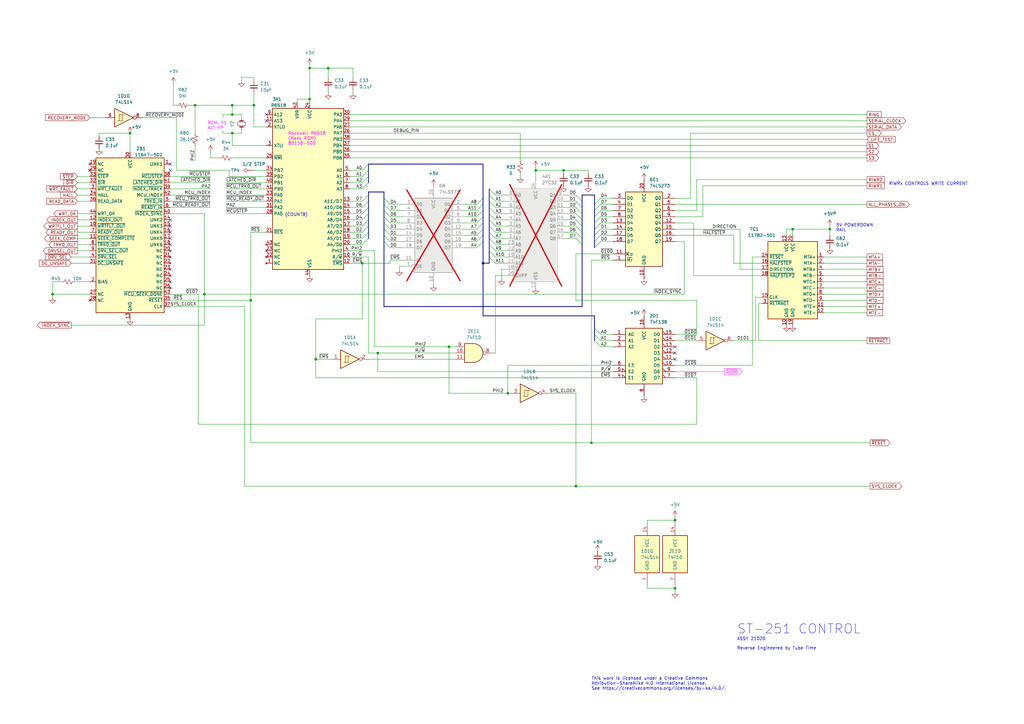
<source format=kicad_sch>
(kicad_sch (version 20230121) (generator eeschema)
  (paper "A3")
  (junction (at 83.82 120.65))
  (junction (at 127 27.94))
  (junction (at 80.01 43.18))
  (junction (at 219.71 69.85))
  (junction (at 53.34 54.61))
  (junction (at 208.28 161.29))
  (junction (at 154.94 144.78))
  (junction (at 21.59 120.65))
  (junction (at 134.62 27.94))
  (junction (at 95.25 43.18))
  (junction (at 104.14 43.18))
  (junction (at 184.15 142.24))
  (junction (at 127 40.64))
  (junction (at 340.36 93.98))
  (junction (at 231.14 69.85))
  (junction (at 102.87 123.19))
  (junction (at 95.25 54.61))
  (junction (at 148.59 107.95))
  (junction (at 276.86 241.3))
  (junction (at 129.54 147.32))
  (junction (at 198.12 107.95))
  (junction (at 236.22 199.39))
  (junction (at 95.25 46.99))
  (junction (at 276.86 213.36))
  (junction (at 325.12 93.98))
  (junction (at 242.57 181.61))
  (no_connect (at 276.86 147.32))
  (no_connect (at 69.85 95.25))
  (no_connect (at 109.22 49.53))
  (no_connect (at 69.85 100.33))
  (no_connect (at 36.83 69.85))
  (no_connect (at 69.85 69.85))
  (no_connect (at 69.85 97.79))
  (no_connect (at 276.86 142.24))
  (no_connect (at 69.85 90.17))
  (no_connect (at 109.22 46.99))
  (no_connect (at 69.85 67.31))
  (no_connect (at 276.86 144.78))
  (no_connect (at 69.85 92.71))
  (bus_entry (at 203.2 85.09) (size -2.54 -2.54))
  (bus_entry (at 195.58 88.9) (size 2.54 -2.54))
  (bus_entry (at 203.2 82.55) (size -2.54 -2.54))
  (bus_entry (at 238.76 82.55) (size -2.54 -2.54))
  (bus_entry (at 238.76 100.33) (size -2.54 -2.54))
  (bus_entry (at 160.02 93.98) (size -2.54 -2.54))
  (bus_entry (at 148.59 100.33) (size 2.54 -2.54))
  (bus_entry (at 160.02 96.52) (size -2.54 -2.54))
  (bus_entry (at 203.2 90.17) (size -2.54 -2.54))
  (bus_entry (at 203.2 107.95) (size -2.54 -2.54))
  (bus_entry (at 148.59 97.79) (size 2.54 -2.54))
  (bus_entry (at 243.84 93.98) (size 2.54 -2.54))
  (bus_entry (at 238.76 90.17) (size -2.54 -2.54))
  (bus_entry (at 148.59 77.47) (size 2.54 -2.54))
  (bus_entry (at 160.02 101.6) (size -2.54 -2.54))
  (bus_entry (at 243.84 96.52) (size 2.54 -2.54))
  (bus_entry (at 148.59 82.55) (size 2.54 -2.54))
  (bus_entry (at 238.76 87.63) (size -2.54 -2.54))
  (bus_entry (at 238.76 97.79) (size -2.54 -2.54))
  (bus_entry (at 203.2 80.01) (size -2.54 -2.54))
  (bus_entry (at 203.2 95.25) (size -2.54 -2.54))
  (bus_entry (at 195.58 93.98) (size 2.54 -2.54))
  (bus_entry (at 148.59 95.25) (size 2.54 -2.54))
  (bus_entry (at 243.84 91.44) (size 2.54 -2.54))
  (bus_entry (at 203.2 105.41) (size -2.54 -2.54))
  (bus_entry (at 243.84 101.6) (size 2.54 -2.54))
  (bus_entry (at 238.76 95.25) (size -2.54 -2.54))
  (bus_entry (at 195.58 86.36) (size 2.54 -2.54))
  (bus_entry (at 243.84 83.82) (size 2.54 -2.54))
  (bus_entry (at 203.2 100.33) (size -2.54 -2.54))
  (bus_entry (at 160.02 83.82) (size -2.54 -2.54))
  (bus_entry (at 238.76 85.09) (size -2.54 -2.54))
  (bus_entry (at 160.02 88.9) (size -2.54 -2.54))
  (bus_entry (at 203.2 97.79) (size -2.54 -2.54))
  (bus_entry (at 238.76 92.71) (size -2.54 -2.54))
  (bus_entry (at 195.58 101.6) (size 2.54 -2.54))
  (bus_entry (at 195.58 96.52) (size 2.54 -2.54))
  (bus_entry (at 246.38 139.7) (size -2.54 -2.54))
  (bus_entry (at 148.59 74.93) (size 2.54 -2.54))
  (bus_entry (at 195.58 99.06) (size 2.54 -2.54))
  (bus_entry (at 243.84 99.06) (size 2.54 -2.54))
  (bus_entry (at 203.2 92.71) (size -2.54 -2.54))
  (bus_entry (at 148.59 72.39) (size 2.54 -2.54))
  (bus_entry (at 148.59 87.63) (size 2.54 -2.54))
  (bus_entry (at 246.38 142.24) (size -2.54 -2.54))
  (bus_entry (at 203.2 87.63) (size -2.54 -2.54))
  (bus_entry (at 160.02 86.36) (size -2.54 -2.54))
  (bus_entry (at 148.59 69.85) (size 2.54 -2.54))
  (bus_entry (at 195.58 83.82) (size 2.54 -2.54))
  (bus_entry (at 148.59 90.17) (size 2.54 -2.54))
  (bus_entry (at 246.38 137.16) (size -2.54 -2.54))
  (bus_entry (at 160.02 99.06) (size -2.54 -2.54))
  (bus_entry (at 148.59 85.09) (size 2.54 -2.54))
  (bus_entry (at 160.02 91.44) (size -2.54 -2.54))
  (bus_entry (at 148.59 92.71) (size 2.54 -2.54))
  (bus_entry (at 195.58 91.44) (size 2.54 -2.54))
  (bus_entry (at 203.2 102.87) (size -2.54 -2.54))
  (bus_entry (at 243.84 88.9) (size 2.54 -2.54))
  (bus_entry (at 243.84 86.36) (size 2.54 -2.54))
  (wire (pts (xy 242.57 106.68) (xy 242.57 181.61)))
  (wire (pts (xy 40.64 54.61) (xy 40.64 55.88)))
  (wire (pts (xy 31.75 82.55) (xy 36.83 82.55)))
  (wire (pts (xy 251.46 88.9) (xy 246.38 88.9)))
  (wire (pts (xy 190.5 99.06) (xy 195.58 99.06)))
  (wire (pts (xy 303.53 93.98) (xy 303.53 110.49)))
  (wire (pts (xy 102.87 123.19) (xy 102.87 181.61)))
  (wire (pts (xy 143.51 59.69) (xy 355.6 59.69)))
  (wire (pts (xy 104.14 69.85) (xy 109.22 69.85)))
  (wire (pts (xy 276.86 213.36) (xy 276.86 214.63)))
  (wire (pts (xy 143.51 57.15) (xy 355.6 57.15)))
  (wire (pts (xy 148.59 130.81) (xy 129.54 130.81)))
  (bus (pts (xy 200.66 80.01) (xy 200.66 82.55)))
  (bus (pts (xy 151.13 97.79) (xy 151.13 95.25)))
  (bus (pts (xy 151.13 85.09) (xy 151.13 82.55)))
  (bus (pts (xy 198.12 91.44) (xy 198.12 93.98)))
  (wire (pts (xy 80.01 59.69) (xy 80.01 66.04)))
  (bus (pts (xy 157.48 125.73) (xy 238.76 125.73)))
  (wire (pts (xy 231.14 92.71) (xy 236.22 92.71)))
  (wire (pts (xy 104.14 31.75) (xy 99.06 31.75)))
  (wire (pts (xy 276.86 154.94) (xy 285.75 154.94)))
  (wire (pts (xy 284.48 91.44) (xy 284.48 113.03)))
  (bus (pts (xy 151.13 90.17) (xy 151.13 87.63)))
  (wire (pts (xy 129.54 130.81) (xy 129.54 147.32)))
  (bus (pts (xy 151.13 87.63) (xy 151.13 85.09)))
  (wire (pts (xy 203.2 87.63) (xy 208.28 87.63)))
  (wire (pts (xy 325.12 93.98) (xy 340.36 93.98)))
  (wire (pts (xy 312.42 124.46) (xy 311.15 124.46)))
  (bus (pts (xy 198.12 129.54) (xy 198.12 107.95)))
  (wire (pts (xy 80.01 43.18) (xy 95.25 43.18)))
  (wire (pts (xy 92.71 87.63) (xy 109.22 87.63)))
  (wire (pts (xy 276.86 137.16) (xy 285.75 137.16)))
  (wire (pts (xy 31.75 72.39) (xy 36.83 72.39)))
  (wire (pts (xy 86.36 62.23) (xy 86.36 64.77)))
  (wire (pts (xy 127 26.67) (xy 127 27.94)))
  (wire (pts (xy 129.54 154.94) (xy 251.46 154.94)))
  (wire (pts (xy 69.85 87.63) (xy 83.82 87.63)))
  (wire (pts (xy 236.22 161.29) (xy 236.22 199.39)))
  (bus (pts (xy 151.13 82.55) (xy 151.13 80.01)))
  (wire (pts (xy 251.46 99.06) (xy 246.38 99.06)))
  (bus (pts (xy 200.66 85.09) (xy 200.66 87.63)))
  (wire (pts (xy 160.02 88.9) (xy 165.1 88.9)))
  (wire (pts (xy 134.62 27.94) (xy 134.62 31.75)))
  (wire (pts (xy 203.2 95.25) (xy 208.28 95.25)))
  (bus (pts (xy 238.76 95.25) (xy 238.76 97.79)))
  (wire (pts (xy 184.15 142.24) (xy 186.69 142.24)))
  (wire (pts (xy 160.02 107.95) (xy 160.02 106.68)))
  (bus (pts (xy 198.12 88.9) (xy 198.12 91.44)))
  (wire (pts (xy 143.51 77.47) (xy 148.59 77.47)))
  (wire (pts (xy 231.14 97.79) (xy 236.22 97.79)))
  (wire (pts (xy 285.75 154.94) (xy 285.75 173.99)))
  (wire (pts (xy 69.85 82.55) (xy 86.36 82.55)))
  (bus (pts (xy 243.84 134.62) (xy 243.84 129.54)))
  (bus (pts (xy 200.66 95.25) (xy 200.66 97.79)))
  (bus (pts (xy 198.12 107.95) (xy 200.66 107.95)))
  (wire (pts (xy 265.43 214.63) (xy 265.43 213.36)))
  (wire (pts (xy 127 27.94) (xy 134.62 27.94)))
  (wire (pts (xy 144.78 27.94) (xy 144.78 31.75)))
  (wire (pts (xy 102.87 95.25) (xy 109.22 95.25)))
  (bus (pts (xy 200.66 105.41) (xy 200.66 107.95)))
  (wire (pts (xy 251.46 86.36) (xy 246.38 86.36)))
  (bus (pts (xy 243.84 88.9) (xy 243.84 86.36)))
  (wire (pts (xy 276.86 88.9) (xy 288.29 88.9)))
  (wire (pts (xy 143.51 82.55) (xy 148.59 82.55)))
  (wire (pts (xy 276.86 93.98) (xy 303.53 93.98)))
  (bus (pts (xy 151.13 80.01) (xy 151.13 78.74)))
  (wire (pts (xy 148.59 107.95) (xy 148.59 130.81)))
  (wire (pts (xy 29.21 105.41) (xy 36.83 105.41)))
  (wire (pts (xy 69.85 80.01) (xy 86.36 80.01)))
  (wire (pts (xy 92.71 74.93) (xy 109.22 74.93)))
  (wire (pts (xy 95.25 54.61) (xy 91.44 54.61)))
  (bus (pts (xy 198.12 83.82) (xy 198.12 86.36)))
  (wire (pts (xy 102.87 181.61) (xy 242.57 181.61)))
  (wire (pts (xy 311.15 124.46) (xy 311.15 139.7)))
  (wire (pts (xy 285.75 86.36) (xy 285.75 73.66)))
  (wire (pts (xy 276.86 81.28) (xy 283.21 81.28)))
  (wire (pts (xy 69.85 85.09) (xy 86.36 85.09)))
  (wire (pts (xy 251.46 83.82) (xy 246.38 83.82)))
  (bus (pts (xy 151.13 69.85) (xy 151.13 67.31)))
  (bus (pts (xy 243.84 129.54) (xy 198.12 129.54)))
  (wire (pts (xy 280.67 99.06) (xy 276.86 99.06)))
  (wire (pts (xy 276.86 240.03) (xy 276.86 241.3)))
  (wire (pts (xy 219.71 69.85) (xy 219.71 74.93)))
  (wire (pts (xy 72.39 69.85) (xy 72.39 48.26)))
  (wire (pts (xy 285.75 173.99) (xy 81.28 173.99)))
  (wire (pts (xy 72.39 69.85) (xy 93.98 69.85)))
  (wire (pts (xy 231.14 85.09) (xy 236.22 85.09)))
  (wire (pts (xy 100.33 199.39) (xy 236.22 199.39)))
  (wire (pts (xy 36.83 48.26) (xy 43.18 48.26)))
  (bus (pts (xy 198.12 96.52) (xy 198.12 99.06)))
  (wire (pts (xy 160.02 96.52) (xy 165.1 96.52)))
  (wire (pts (xy 58.42 48.26) (xy 72.39 48.26)))
  (wire (pts (xy 208.28 149.86) (xy 208.28 161.29)))
  (wire (pts (xy 143.51 54.61) (xy 213.36 54.61)))
  (wire (pts (xy 91.44 46.99) (xy 95.25 46.99)))
  (wire (pts (xy 276.86 241.3) (xy 276.86 242.57)))
  (wire (pts (xy 99.06 31.75) (xy 99.06 33.02)))
  (wire (pts (xy 143.51 107.95) (xy 148.59 107.95)))
  (wire (pts (xy 69.85 72.39) (xy 86.36 72.39)))
  (wire (pts (xy 213.36 71.12) (xy 213.36 72.39)))
  (wire (pts (xy 91.44 54.61) (xy 91.44 53.34)))
  (wire (pts (xy 69.85 123.19) (xy 102.87 123.19)))
  (wire (pts (xy 104.14 52.07) (xy 109.22 52.07)))
  (wire (pts (xy 280.67 99.06) (xy 280.67 120.65)))
  (wire (pts (xy 143.51 95.25) (xy 148.59 95.25)))
  (wire (pts (xy 203.2 90.17) (xy 208.28 90.17)))
  (bus (pts (xy 151.13 92.71) (xy 151.13 90.17)))
  (wire (pts (xy 104.14 38.1) (xy 104.14 43.18)))
  (wire (pts (xy 104.14 43.18) (xy 104.14 52.07)))
  (wire (pts (xy 69.85 120.65) (xy 81.28 120.65)))
  (wire (pts (xy 322.58 93.98) (xy 325.12 93.98)))
  (wire (pts (xy 160.02 106.68) (xy 165.1 106.68)))
  (bus (pts (xy 200.66 92.71) (xy 200.66 95.25)))
  (wire (pts (xy 203.2 102.87) (xy 208.28 102.87)))
  (wire (pts (xy 99.06 53.34) (xy 99.06 54.61)))
  (bus (pts (xy 238.76 97.79) (xy 238.76 100.33)))
  (wire (pts (xy 203.2 113.03) (xy 208.28 113.03)))
  (bus (pts (xy 198.12 67.31) (xy 198.12 81.28)))
  (wire (pts (xy 276.86 139.7) (xy 285.75 139.7)))
  (wire (pts (xy 69.85 77.47) (xy 86.36 77.47)))
  (wire (pts (xy 81.28 173.99) (xy 81.28 120.65)))
  (wire (pts (xy 231.14 95.25) (xy 236.22 95.25)))
  (wire (pts (xy 92.71 82.55) (xy 109.22 82.55)))
  (wire (pts (xy 203.2 92.71) (xy 208.28 92.71)))
  (wire (pts (xy 143.51 100.33) (xy 148.59 100.33)))
  (wire (pts (xy 246.38 142.24) (xy 251.46 142.24)))
  (wire (pts (xy 208.28 149.86) (xy 251.46 149.86)))
  (bus (pts (xy 151.13 67.31) (xy 198.12 67.31)))
  (wire (pts (xy 276.86 149.86) (xy 308.61 149.86)))
  (wire (pts (xy 205.74 114.3) (xy 205.74 110.49)))
  (bus (pts (xy 238.76 100.33) (xy 238.76 125.73)))
  (wire (pts (xy 83.82 120.65) (xy 280.67 120.65)))
  (wire (pts (xy 276.86 91.44) (xy 284.48 91.44)))
  (wire (pts (xy 129.54 154.94) (xy 129.54 147.32)))
  (wire (pts (xy 308.61 149.86) (xy 308.61 105.41)))
  (wire (pts (xy 190.5 96.52) (xy 195.58 96.52)))
  (bus (pts (xy 243.84 86.36) (xy 243.84 83.82)))
  (wire (pts (xy 31.75 100.33) (xy 36.83 100.33)))
  (wire (pts (xy 224.79 161.29) (xy 236.22 161.29)))
  (bus (pts (xy 243.84 101.6) (xy 243.84 99.06)))
  (wire (pts (xy 246.38 139.7) (xy 251.46 139.7)))
  (wire (pts (xy 127 41.91) (xy 127 40.64)))
  (bus (pts (xy 157.48 96.52) (xy 157.48 99.06)))
  (wire (pts (xy 109.22 59.69) (xy 95.25 59.69)))
  (bus (pts (xy 238.76 90.17) (xy 238.76 92.71)))
  (bus (pts (xy 243.84 137.16) (xy 243.84 134.62)))
  (wire (pts (xy 143.51 69.85) (xy 148.59 69.85)))
  (wire (pts (xy 283.21 81.28) (xy 283.21 54.61)))
  (wire (pts (xy 312.42 121.92) (xy 309.88 121.92)))
  (wire (pts (xy 208.28 161.29) (xy 209.55 161.29)))
  (wire (pts (xy 31.75 92.71) (xy 36.83 92.71)))
  (bus (pts (xy 157.48 88.9) (xy 157.48 91.44)))
  (wire (pts (xy 303.53 110.49) (xy 312.42 110.49)))
  (wire (pts (xy 151.13 105.41) (xy 151.13 144.78)))
  (bus (pts (xy 157.48 86.36) (xy 157.48 88.9)))
  (bus (pts (xy 157.48 81.28) (xy 157.48 83.82)))
  (wire (pts (xy 53.34 54.61) (xy 53.34 62.23)))
  (wire (pts (xy 154.94 144.78) (xy 186.69 144.78)))
  (wire (pts (xy 95.25 54.61) (xy 99.06 54.61)))
  (wire (pts (xy 134.62 36.83) (xy 134.62 38.1)))
  (bus (pts (xy 238.76 85.09) (xy 238.76 87.63)))
  (wire (pts (xy 236.22 104.14) (xy 236.22 123.19)))
  (wire (pts (xy 276.86 96.52) (xy 300.99 96.52)))
  (wire (pts (xy 337.82 105.41) (xy 355.6 105.41)))
  (wire (pts (xy 190.5 91.44) (xy 195.58 91.44)))
  (wire (pts (xy 31.75 102.87) (xy 36.83 102.87)))
  (wire (pts (xy 121.92 41.91) (xy 121.92 40.64)))
  (bus (pts (xy 151.13 78.74) (xy 157.48 78.74)))
  (wire (pts (xy 102.87 123.19) (xy 102.87 95.25)))
  (wire (pts (xy 340.36 92.71) (xy 340.36 93.98)))
  (wire (pts (xy 203.2 144.78) (xy 203.2 113.03)))
  (wire (pts (xy 219.71 69.85) (xy 219.71 68.58)))
  (wire (pts (xy 163.83 109.22) (xy 165.1 109.22)))
  (wire (pts (xy 90.17 64.77) (xy 86.36 64.77)))
  (wire (pts (xy 153.67 102.87) (xy 153.67 142.24)))
  (wire (pts (xy 148.59 107.95) (xy 160.02 107.95)))
  (wire (pts (xy 284.48 113.03) (xy 312.42 113.03)))
  (wire (pts (xy 29.21 107.95) (xy 36.83 107.95)))
  (wire (pts (xy 31.75 90.17) (xy 36.83 90.17)))
  (wire (pts (xy 31.75 97.79) (xy 36.83 97.79)))
  (bus (pts (xy 157.48 91.44) (xy 157.48 93.98)))
  (bus (pts (xy 200.66 90.17) (xy 200.66 92.71)))
  (wire (pts (xy 95.25 43.18) (xy 95.25 46.99)))
  (wire (pts (xy 143.51 87.63) (xy 148.59 87.63)))
  (bus (pts (xy 243.84 80.01) (xy 238.76 80.01)))
  (wire (pts (xy 203.2 82.55) (xy 208.28 82.55)))
  (bus (pts (xy 243.84 139.7) (xy 243.84 137.16)))
  (wire (pts (xy 99.06 48.26) (xy 99.06 46.99)))
  (wire (pts (xy 160.02 93.98) (xy 165.1 93.98)))
  (wire (pts (xy 337.82 110.49) (xy 355.6 110.49)))
  (wire (pts (xy 83.82 120.65) (xy 83.82 133.35)))
  (wire (pts (xy 251.46 81.28) (xy 246.38 81.28)))
  (wire (pts (xy 143.51 72.39) (xy 148.59 72.39)))
  (wire (pts (xy 160.02 86.36) (xy 165.1 86.36)))
  (wire (pts (xy 265.43 213.36) (xy 276.86 213.36)))
  (wire (pts (xy 71.12 34.29) (xy 71.12 43.18)))
  (wire (pts (xy 143.51 64.77) (xy 355.6 64.77)))
  (bus (pts (xy 200.66 102.87) (xy 200.66 105.41)))
  (wire (pts (xy 31.75 80.01) (xy 36.83 80.01)))
  (wire (pts (xy 92.71 80.01) (xy 109.22 80.01)))
  (bus (pts (xy 198.12 86.36) (xy 198.12 88.9)))
  (bus (pts (xy 198.12 99.06) (xy 198.12 107.95)))
  (bus (pts (xy 238.76 82.55) (xy 238.76 85.09)))
  (bus (pts (xy 238.76 87.63) (xy 238.76 90.17)))
  (wire (pts (xy 251.46 91.44) (xy 246.38 91.44)))
  (wire (pts (xy 231.14 90.17) (xy 236.22 90.17)))
  (wire (pts (xy 300.99 96.52) (xy 300.99 107.95)))
  (bus (pts (xy 243.84 91.44) (xy 243.84 88.9)))
  (wire (pts (xy 30.48 115.57) (xy 36.83 115.57)))
  (wire (pts (xy 160.02 101.6) (xy 165.1 101.6)))
  (bus (pts (xy 200.66 87.63) (xy 200.66 90.17)))
  (wire (pts (xy 104.14 33.02) (xy 104.14 31.75)))
  (wire (pts (xy 29.21 133.35) (xy 83.82 133.35)))
  (wire (pts (xy 91.44 48.26) (xy 91.44 46.99)))
  (wire (pts (xy 143.51 102.87) (xy 153.67 102.87)))
  (bus (pts (xy 238.76 80.01) (xy 238.76 82.55)))
  (wire (pts (xy 143.51 92.71) (xy 148.59 92.71)))
  (wire (pts (xy 151.13 147.32) (xy 186.69 147.32)))
  (wire (pts (xy 285.75 123.19) (xy 285.75 137.16)))
  (wire (pts (xy 143.51 46.99) (xy 355.6 46.99)))
  (wire (pts (xy 231.14 87.63) (xy 236.22 87.63)))
  (wire (pts (xy 337.82 118.11) (xy 355.6 118.11)))
  (bus (pts (xy 157.48 99.06) (xy 157.48 125.73)))
  (wire (pts (xy 154.94 152.4) (xy 154.94 144.78)))
  (wire (pts (xy 151.13 144.78) (xy 154.94 144.78)))
  (wire (pts (xy 109.22 72.39) (xy 93.98 72.39)))
  (wire (pts (xy 143.51 85.09) (xy 148.59 85.09)))
  (wire (pts (xy 265.43 241.3) (xy 276.86 241.3)))
  (wire (pts (xy 160.02 83.82) (xy 165.1 83.82)))
  (wire (pts (xy 236.22 123.19) (xy 285.75 123.19)))
  (wire (pts (xy 241.3 69.85) (xy 241.3 71.12)))
  (wire (pts (xy 201.93 144.78) (xy 203.2 144.78)))
  (wire (pts (xy 72.39 43.18) (xy 71.12 43.18)))
  (wire (pts (xy 190.5 88.9) (xy 195.58 88.9)))
  (wire (pts (xy 53.34 54.61) (xy 40.64 54.61)))
  (wire (pts (xy 154.94 152.4) (xy 251.46 152.4)))
  (bus (pts (xy 198.12 93.98) (xy 198.12 96.52)))
  (bus (pts (xy 200.66 82.55) (xy 200.66 85.09)))
  (wire (pts (xy 203.2 107.95) (xy 208.28 107.95)))
  (wire (pts (xy 83.82 87.63) (xy 83.82 120.65)))
  (wire (pts (xy 190.5 83.82) (xy 195.58 83.82)))
  (wire (pts (xy 21.59 120.65) (xy 21.59 121.92)))
  (wire (pts (xy 265.43 240.03) (xy 265.43 241.3)))
  (wire (pts (xy 121.92 40.64) (xy 127 40.64)))
  (bus (pts (xy 200.66 97.79) (xy 200.66 100.33)))
  (bus (pts (xy 243.84 96.52) (xy 243.84 93.98)))
  (wire (pts (xy 337.82 113.03) (xy 355.6 113.03)))
  (wire (pts (xy 95.25 64.77) (xy 109.22 64.77)))
  (bus (pts (xy 151.13 74.93) (xy 151.13 72.39)))
  (wire (pts (xy 143.51 90.17) (xy 148.59 90.17)))
  (wire (pts (xy 31.75 74.93) (xy 36.83 74.93)))
  (bus (pts (xy 198.12 81.28) (xy 198.12 83.82)))
  (wire (pts (xy 92.71 77.47) (xy 109.22 77.47)))
  (wire (pts (xy 213.36 54.61) (xy 213.36 66.04)))
  (wire (pts (xy 203.2 97.79) (xy 208.28 97.79)))
  (wire (pts (xy 21.59 120.65) (xy 21.59 115.57)))
  (wire (pts (xy 311.15 139.7) (xy 355.6 139.7)))
  (wire (pts (xy 276.86 86.36) (xy 285.75 86.36)))
  (wire (pts (xy 190.5 86.36) (xy 195.58 86.36)))
  (wire (pts (xy 31.75 87.63) (xy 36.83 87.63)))
  (wire (pts (xy 95.25 43.18) (xy 104.14 43.18)))
  (wire (pts (xy 337.82 107.95) (xy 355.6 107.95)))
  (wire (pts (xy 95.25 46.99) (xy 99.06 46.99)))
  (bus (pts (xy 200.66 77.47) (xy 200.66 80.01)))
  (wire (pts (xy 31.75 77.47) (xy 36.83 77.47)))
  (wire (pts (xy 242.57 106.68) (xy 251.46 106.68)))
  (wire (pts (xy 300.99 107.95) (xy 312.42 107.95)))
  (bus (pts (xy 157.48 83.82) (xy 157.48 86.36)))
  (wire (pts (xy 337.82 128.27) (xy 355.6 128.27)))
  (wire (pts (xy 163.83 110.49) (xy 163.83 109.22)))
  (wire (pts (xy 95.25 59.69) (xy 95.25 54.61)))
  (bus (pts (xy 243.84 93.98) (xy 243.84 91.44)))
  (wire (pts (xy 21.59 115.57) (xy 25.4 115.57)))
  (wire (pts (xy 69.85 74.93) (xy 86.36 74.93)))
  (wire (pts (xy 246.38 137.16) (xy 251.46 137.16)))
  (wire (pts (xy 184.15 161.29) (xy 208.28 161.29)))
  (wire (pts (xy 203.2 80.01) (xy 208.28 80.01)))
  (wire (pts (xy 36.83 120.65) (xy 21.59 120.65)))
  (wire (pts (xy 285.75 73.66) (xy 355.6 73.66)))
  (wire (pts (xy 337.82 123.19) (xy 355.6 123.19)))
  (wire (pts (xy 276.86 212.09) (xy 276.86 213.36)))
  (wire (pts (xy 231.14 80.01) (xy 236.22 80.01)))
  (wire (pts (xy 69.85 125.73) (xy 100.33 125.73)))
  (wire (pts (xy 340.36 96.52) (xy 340.36 93.98)))
  (wire (pts (xy 276.86 83.82) (xy 355.6 83.82)))
  (wire (pts (xy 127 40.64) (xy 127 27.94)))
  (wire (pts (xy 184.15 161.29) (xy 184.15 142.24)))
  (wire (pts (xy 134.62 27.94) (xy 144.78 27.94)))
  (wire (pts (xy 308.61 105.41) (xy 312.42 105.41)))
  (wire (pts (xy 92.71 85.09) (xy 109.22 85.09)))
  (bus (pts (xy 151.13 72.39) (xy 151.13 69.85)))
  (wire (pts (xy 288.29 76.2) (xy 355.6 76.2)))
  (wire (pts (xy 231.14 82.55) (xy 236.22 82.55)))
  (bus (pts (xy 151.13 95.25) (xy 151.13 92.71)))
  (bus (pts (xy 200.66 100.33) (xy 200.66 102.87)))
  (wire (pts (xy 203.2 105.41) (xy 208.28 105.41)))
  (wire (pts (xy 100.33 125.73) (xy 100.33 199.39)))
  (wire (pts (xy 160.02 91.44) (xy 165.1 91.44)))
  (wire (pts (xy 236.22 199.39) (xy 356.87 199.39)))
  (wire (pts (xy 231.14 69.85) (xy 231.14 71.12)))
  (wire (pts (xy 143.51 62.23) (xy 355.6 62.23)))
  (bus (pts (xy 157.48 78.74) (xy 157.48 81.28)))
  (wire (pts (xy 129.54 147.32) (xy 135.89 147.32)))
  (wire (pts (xy 283.21 54.61) (xy 355.6 54.61)))
  (wire (pts (xy 31.75 95.25) (xy 36.83 95.25)))
  (wire (pts (xy 325.12 93.98) (xy 325.12 96.52)))
  (wire (pts (xy 153.67 142.24) (xy 184.15 142.24)))
  (bus (pts (xy 243.84 99.06) (xy 243.84 96.52)))
  (wire (pts (xy 219.71 69.85) (xy 231.14 69.85)))
  (wire (pts (xy 251.46 93.98) (xy 246.38 93.98)))
  (wire (pts (xy 143.51 52.07) (xy 355.6 52.07)))
  (wire (pts (xy 203.2 85.09) (xy 208.28 85.09)))
  (wire (pts (xy 143.51 97.79) (xy 148.59 97.79)))
  (wire (pts (xy 203.2 100.33) (xy 208.28 100.33)))
  (wire (pts (xy 93.98 72.39) (xy 93.98 69.85)))
  (wire (pts (xy 337.82 125.73) (xy 355.6 125.73)))
  (wire (pts (xy 190.5 93.98) (xy 195.58 93.98)))
  (wire (pts (xy 251.46 96.52) (xy 246.38 96.52)))
  (wire (pts (xy 231.14 69.85) (xy 241.3 69.85)))
  (wire (pts (xy 337.82 115.57) (xy 355.6 115.57)))
  (wire (pts (xy 80.01 54.61) (xy 80.01 43.18)))
  (wire (pts (xy 300.99 139.7) (xy 309.88 139.7)))
  (bus (pts (xy 243.84 83.82) (xy 243.84 80.01)))
  (wire (pts (xy 144.78 36.83) (xy 144.78 38.1)))
  (wire (pts (xy 242.57 181.61) (xy 356.87 181.61)))
  (wire (pts (xy 160.02 99.06) (xy 165.1 99.06)))
  (wire (pts (xy 236.22 104.14) (xy 251.46 104.14)))
  (wire (pts (xy 190.5 101.6) (xy 195.58 101.6)))
  (wire (pts (xy 309.88 121.92) (xy 309.88 139.7)))
  (wire (pts (xy 77.47 43.18) (xy 80.01 43.18)))
  (wire (pts (xy 276.86 152.4) (xy 297.18 152.4)) (stroke (width 0) (color 255 0 255 1)))
  (wire (pts (xy 143.51 49.53) (xy 355.6 49.53)))
  (wire (pts (xy 288.29 88.9) (xy 288.29 76.2)))
  (bus (pts (xy 157.48 93.98) (xy 157.48 96.52)))
  (wire (pts (xy 205.74 110.49) (xy 208.28 110.49)))
  (wire (pts (xy 322.58 96.52) (xy 322.58 93.98)))
  (wire (pts (xy 143.51 74.93) (xy 148.59 74.93)))
  (wire (pts (xy 337.82 120.65) (xy 355.6 120.65)))
  (wire (pts (xy 143.51 105.41) (xy 151.13 105.41)))
  (bus (pts (xy 238.76 92.71) (xy 238.76 95.25)))
  (text "ASSY 21020" (at 302.26 262.89 0) (effects (font (size 1.27 1.27)) (justify left bottom)))
  (text "This work is licensed under a Creative Commons\nAttribution-ShareAlike 4.0 International License.\nSee https://creativecommons.org/licenses/by-sa/4.0/.\n" (at 242.57 283.21 0) (effects (font (size 1.27 1.27)) (justify left bottom)))
  (text "Rockwell R6518\n(Mask ROM)\n80118-505" (at 118.11 59.69 0) (effects (font (size 1.27 1.27)) (justify left bottom)))
  (text "(COUNTB)" (at 116.84 88.9 0) (effects (font (size 1.27 1.27)) (justify left bottom)))
  (text "Reverse Engineered by Tube Time" (at 302.26 266.7 0) (effects (font (size 1.27 1.27)) (justify left bottom)))
  (text "REM. Y1 \nALT FP" (at 85.09 53.34 0) (effects (font (size 1.27 1.27)) (justify left bottom)))
  (text "5V POWERDOWN\nRAIL" (at 342.9 95.25 0) (effects (font (size 1.27 1.27)) (justify left bottom)))
  (text "ST-251 CONTROL" (at 302.26 260.35 0) (effects (font (size 3.81 3.81)) (justify left bottom)))
  (text "RIWRx CONTROLS WRITE CURRENT" (at 364.49 76.2 0) (effects (font (size 1.27 1.27)) (justify left bottom)))
  (label "D1" (at 160.02 96.52 0))
  (label "R{slash}~{W}" (at 246.38 152.4 0))
  (label "~{MCU_READY_OUT}" (at 92.71 82.55 0))
  (label "D5" (at 160.02 91.44 0))
  (label "D4" (at 160.02 83.82 0))
  (label "D1" (at 236.22 82.55 180))
  (label "D1" (at 246.38 93.98 0))
  (label "D2" (at 246.38 96.52 0))
  (label "A9" (at 203.2 102.87 0))
  (label "A6" (at 203.2 95.25 0))
  (label "A5" (at 203.2 92.71 0))
  (label "~{0105}" (at 285.75 149.86 180))
  (label "D4" (at 236.22 90.17 180))
  (label "~{RES}" (at 102.87 95.25 0))
  (label "PA2" (at 92.71 85.09 0))
  (label "D3" (at 148.59 92.71 180))
  (label "PHI2" (at 148.59 102.87 180))
  (label "A1" (at 203.2 82.55 0))
  (label "SYS_CLOCK" (at 236.22 161.29 180))
  (label "~{MCU_READY_OUT}" (at 86.36 85.09 180))
  (label "A2" (at 246.38 142.24 0))
  (label "~{0101}" (at 285.75 139.7 180))
  (label "D2" (at 236.22 85.09 180))
  (label "D4" (at 246.38 81.28 0))
  (label "DEBUG_PIN" (at 161.29 54.61 0))
  (label "~{0107}" (at 81.28 120.65 180))
  (label "A0" (at 148.59 69.85 180))
  (label "EMS" (at 173.99 147.32 180))
  (label "~{0100}" (at 285.75 137.16 180))
  (label "A1" (at 148.59 72.39 180))
  (label "~{RES}" (at 74.93 123.19 180))
  (label "A3" (at 203.2 87.63 0))
  (label "A4" (at 195.58 101.6 180))
  (label "~{MCU_TRK0_OUT}" (at 86.36 82.55 180))
  (label "~{LATCHED_DIR}" (at 92.71 74.93 0))
  (label "A10" (at 203.2 105.41 0))
  (label "D3" (at 160.02 93.98 0))
  (label "~{HALFSTEP}" (at 288.29 96.52 0))
  (label "A2" (at 148.59 74.93 180))
  (label "D1" (at 148.59 97.79 180))
  (label "D0" (at 236.22 80.01 180))
  (label "A8" (at 195.58 83.82 180))
  (label "R{slash}~{W}" (at 148.59 105.41 180))
  (label "MCU_INDEX" (at 86.36 80.01 180))
  (label "D5" (at 148.59 87.63 180))
  (label "D7" (at 148.59 82.55 180))
  (label "A3" (at 148.59 77.47 180))
  (label "MCU_INDEX" (at 92.71 80.01 0))
  (label "0101" (at 307.34 139.7 180))
  (label "A11" (at 195.58 86.36 180))
  (label "~{RECOVERY_MODE}" (at 59.69 48.26 0))
  (label "A1" (at 246.38 139.7 0))
  (label "A6" (at 195.58 99.06 180))
  (label "A11" (at 203.2 107.95 0))
  (label "~{INDEX_SYNC}" (at 267.97 120.65 0))
  (label "PA2" (at 86.36 77.47 180))
  (label "D0" (at 160.02 101.6 0))
  (label "D6" (at 236.22 95.25 180))
  (label "~{MCU_TRK0_OUT}" (at 92.71 77.47 0))
  (label "A0" (at 246.38 137.16 0))
  (label "~{EMS}" (at 130.81 147.32 0))
  (label "A7" (at 195.58 93.98 180))
  (label "~{MCUSTEP}" (at 92.71 87.63 0))
  (label "~{MCUSTEP}" (at 86.36 72.39 180))
  (label "A4" (at 203.2 90.17 0))
  (label "A9" (at 195.58 91.44 180))
  (label "PHI2" (at 80.01 66.04 90))
  (label "PHI2" (at 170.18 142.24 0))
  (label "D5" (at 246.38 88.9 0))
  (label "D4" (at 148.59 90.17 180))
  (label "DIRECTION" (at 292.1 93.98 0))
  (label "PHI2" (at 246.38 149.86 0))
  (label "~{LATCHED_DIR}" (at 86.36 74.93 180))
  (label "D3" (at 246.38 91.44 0))
  (label "A7" (at 203.2 97.79 0))
  (label "~{0100}" (at 246.38 104.14 0))
  (label "~{RES}" (at 246.38 106.68 0))
  (label "D6" (at 160.02 88.9 0))
  (label "D7" (at 160.02 86.36 0))
  (label "D5" (at 236.22 92.71 180))
  (label "D6" (at 148.59 85.09 180))
  (label "D7" (at 246.38 83.82 0))
  (label "A2" (at 203.2 85.09 0))
  (label "A0" (at 203.2 80.01 0))
  (label "D0" (at 246.38 99.06 0))
  (label "D6" (at 246.38 86.36 0))
  (label "D3" (at 236.22 87.63 180))
  (label "R{slash}~{W}" (at 170.18 144.78 0))
  (label "D0" (at 148.59 100.33 180))
  (label "A5" (at 195.58 96.52 180))
  (label "A10" (at 195.58 88.9 180))
  (label "D2" (at 160.02 99.06 0))
  (label "~{EMS}" (at 148.59 107.95 180))
  (label "~{EMS}" (at 160.02 106.68 0))
  (label "~{EMS}" (at 246.38 154.94 0))
  (label "D2" (at 148.59 95.25 180))
  (label "~{0107}" (at 285.75 154.94 180))
  (label "D7" (at 236.22 97.79 180))
  (label "SYS_CLOCK" (at 69.85 125.73 0))
  (label "A8" (at 203.2 100.33 0))
  (label "PHI2" (at 201.93 161.29 0))
  (global_label "MTC-" (shape passive) (at 355.6 118.11 0) (property "Intersheetrefs" "${INTERSHEET_REFS}" (effects hide)))
  (global_label "~{RESET}" (shape output) (at 356.87 181.61 0) (property "Intersheetrefs" "${INTERSHEET_REFS}" (effects hide)))
  (global_label "WRT_OK" (shape output) (at 31.75 87.63 180) (property "Intersheetrefs" "${INTERSHEET_REFS}" (effects hide)))
  (global_label "S2" (shape output) (at 355.6 62.23 0) (property "Intersheetrefs" "${INTERSHEET_REFS}" (effects hide)))
  (global_label "SERIAL_DATA" (shape output) (at 355.6 52.07 0) (property "Intersheetrefs" "${INTERSHEET_REFS}" (effects hide)))
  (global_label "RIWR2" (shape passive) (at 355.6 73.66 0) (property "Intersheetrefs" "${INTERSHEET_REFS}" (effects hide)))
  (global_label "DC_UNSAFE" (shape input) (at 29.21 107.95 180) (property "Intersheetrefs" "${INTERSHEET_REFS}" (effects hide)))
  (global_label "LIFE_TEST" (shape input) (at 355.6 57.15 0) (property "Intersheetrefs" "${INTERSHEET_REFS}" (effects hide)))
  (global_label "~{DRV_SEL}" (shape input) (at 29.21 105.41 180) (property "Intersheetrefs" "${INTERSHEET_REFS}" (effects hide)))
  (global_label "RECOVERY_MODE" (shape input) (at 36.83 48.26 180) (property "Intersheetrefs" "${INTERSHEET_REFS}" (effects hide)))
  (global_label "SERIAL_CLOCK" (shape output) (at 355.6 49.53 0) (property "Intersheetrefs" "${INTERSHEET_REFS}" (effects hide)))
  (global_label "READY_OUT" (shape output) (at 31.75 95.25 180) (property "Intersheetrefs" "${INTERSHEET_REFS}" (effects hide)))
  (global_label "CS_" (shape output) (at 355.6 54.61 0) (property "Intersheetrefs" "${INTERSHEET_REFS}" (effects hide)))
  (global_label "MTC+" (shape passive) (at 355.6 115.57 0) (property "Intersheetrefs" "${INTERSHEET_REFS}" (effects hide)))
  (global_label "MTD+" (shape passive) (at 355.6 120.65 0) (property "Intersheetrefs" "${INTERSHEET_REFS}" (effects hide)))
  (global_label "DRVSEL_OUT" (shape output) (at 31.75 102.87 180) (property "Intersheetrefs" "${INTERSHEET_REFS}" (effects hide)))
  (global_label "~{STEP}" (shape input) (at 31.75 72.39 180) (property "Intersheetrefs" "${INTERSHEET_REFS}" (effects hide)))
  (global_label "~{DIR}" (shape input) (at 31.75 74.93 180) (property "Intersheetrefs" "${INTERSHEET_REFS}" (effects hide)))
  (global_label "S3" (shape output) (at 355.6 64.77 0) (property "Intersheetrefs" "${INTERSHEET_REFS}" (effects hide)))
  (global_label "RING" (shape passive) (at 355.6 46.99 0) (property "Intersheetrefs" "${INTERSHEET_REFS}" (effects hide)))
  (global_label "TRK0_OUT" (shape output) (at 31.75 100.33 180) (property "Intersheetrefs" "${INTERSHEET_REFS}" (effects hide)))
  (global_label "READ_DATA" (shape input) (at 31.75 82.55 180) (property "Intersheetrefs" "${INTERSHEET_REFS}" (effects hide)))
  (global_label "SEEK_COMP" (shape output) (at 31.75 97.79 180) (property "Intersheetrefs" "${INTERSHEET_REFS}" (effects hide)))
  (global_label "INDEX_OUT" (shape output) (at 31.75 90.17 180) (property "Intersheetrefs" "${INTERSHEET_REFS}" (effects hide)))
  (global_label "MTD-" (shape passive) (at 355.6 123.19 0) (property "Intersheetrefs" "${INTERSHEET_REFS}" (effects hide)))
  (global_label "RIWR1" (shape passive) (at 355.6 76.2 0) (property "Intersheetrefs" "${INTERSHEET_REFS}" (effects hide)))
  (global_label "~{INDEX_SYNC}" (shape output) (at 29.21 133.35 180) (property "Intersheetrefs" "${INTERSHEET_REFS}" (effects hide)))
  (global_label "S1" (shape output) (at 355.6 59.69 0) (property "Intersheetrefs" "${INTERSHEET_REFS}" (effects hide)))
  (global_label "WRTFLT_OUT" (shape output) (at 31.75 92.71 180) (property "Intersheetrefs" "${INTERSHEET_REFS}" (effects hide)))
  (global_label "MTE+" (shape passive) (at 355.6 125.73 0) (property "Intersheetrefs" "${INTERSHEET_REFS}" (effects hide)))
  (global_label "~{0106}" (shape output) (at 297.18 152.4 0) (property "Intersheetrefs" "${INTERSHEET_REFS}" (effects hide)))
  (global_label "MTA-" (shape passive) (at 355.6 107.95 0) (property "Intersheetrefs" "${INTERSHEET_REFS}" (effects hide)))
  (global_label "ALL_PHASES_ON" (shape output) (at 355.6 83.82 0) (property "Intersheetrefs" "${INTERSHEET_REFS}" (effects hide)))
  (global_label "~{RETRACT}" (shape passive) (at 355.6 139.7 0) (property "Intersheetrefs" "${INTERSHEET_REFS}" (effects hide)))
  (global_label "MTB+" (shape passive) (at 355.6 110.49 0) (property "Intersheetrefs" "${INTERSHEET_REFS}" (effects hide)))
  (global_label "HALL" (shape input) (at 31.75 80.01 180) (property "Intersheetrefs" "${INTERSHEET_REFS}" (effects hide)))
  (global_label "~{WRT_FAULT}" (shape input) (at 31.75 77.47 180) (property "Intersheetrefs" "${INTERSHEET_REFS}" (effects hide)))
  (global_label "MTA+" (shape passive) (at 355.6 105.41 0) (property "Intersheetrefs" "${INTERSHEET_REFS}" (effects hide)))
  (global_label "MTE-" (shape passive) (at 355.6 128.27 0) (property "Intersheetrefs" "${INTERSHEET_REFS}" (effects hide)))
  (global_label "SYS_CLOCK" (shape output) (at 356.87 199.39 0) (property "Intersheetrefs" "${INTERSHEET_REFS}" (effects hide)))
  (global_label "MTB-" (shape passive) (at 355.6 113.03 0) (property "Intersheetrefs" "${INTERSHEET_REFS}" (effects hide)))
  (symbol (lib_id "power:GND") (at 219.71 118.11 0) (unit 1)
    (property "Reference" "#PWR0135" (effects hide))
    (property "Value" "GND" (effects hide))
  )
  (symbol (lib_id "power:+5V") (at 177.8 76.2 0) (unit 1)
    (property "Reference" "#PWR0129" (effects hide))
    (property "Value" "+5V" (at 177.8 71.12 0))
  )
  (symbol (lib_id "st251:STEP_LOGIC") (at 39.37 64.77 0) (unit 1)
    (property "Reference" "2B1" (at 55.88 60.96 0) (effects (justify left)))
    (property "Value" "11647-502" (at 60.96 63.5 0))
    (property "Footprint" "Package_LCC:PLCC-44_16.6x16.6mm_P1.27mm" (effects hide))
  )
  (symbol (lib_id "Device:C_Small") (at 245.11 228.6 0) (unit 1)
    (property "Reference" "C53" (at 247.65 227.3363 0) (effects (justify left)))
    (property "Value" "0.1uF" (at 247.65 229.8763 0) (effects (justify left)))
    (property "Footprint" "Capacitor_SMD:C_1206_3216Metric" (effects hide))
    (instances (project "st251_21020" (path "" (reference "C53") (unit 1)) (path "" (reference "C72") (unit 1))))
  )
  (symbol (lib_id "74xx:74LS373") (at 177.8 96.52 0) (unit 1) (dnp yes)
    (property "Reference" "6B" (at 179.9941 76.2 0) (effects (justify left)))
    (property "Value" "74LS373" (at 179.9941 78.74 0) (effects (justify left)))
    (property "Footprint" "Active:SOP127P1065X265-20" (effects hide))
    (property "Datasheet" "http://www.ti.com/lit/gpn/sn74LS373" (effects hide))
    (instances (project "st251_21020" (path "" (reference "6B") (unit 1)) (path "" (reference "6B1") (unit 1))))
  )
  (symbol (lib_id "74xx:74LS14") (at 265.43 227.33 0) (unit 7)
    (property "Reference" "1D1" (at 262.89 226.06 0) (effects (justify left)))
    (property "Value" "74LS14" (at 262.89 228.6 0) (effects (justify left)))
    (property "Footprint" "Active:SOP127P620X175-14" (effects hide))
    (property "Datasheet" "http://www.ti.com/lit/gpn/sn74LS14" (effects hide))
  )
  (symbol (lib_id "power:+5V") (at 264.16 129.54 0) (unit 1)
    (property "Reference" "#PWR0132" (effects hide))
    (property "Value" "+5V" (at 260.35 128.27 0))
  )
  (symbol (lib_id "power:GND") (at 21.59 121.92 0) (unit 1)
    (property "Reference" "#PWR05" (effects hide))
    (property "Value" "GND" (effects hide))
  )
  (symbol (lib_id "power:+5V") (at 53.34 54.61 0) (unit 1)
    (property "Reference" "#PWR0125" (effects hide))
    (property "Value" "+5V" (at 55.88 52.07 0))
  )
  (symbol (lib_id "memory_new:27C32") (at 210.82 77.47 0) (unit 1) (dnp yes)
    (property "Reference" "4A1" (at 222.25 72.39 0) (effects (justify left)))
    (property "Value" "27C32" (at 222.25 74.93 0) (effects (justify left)))
    (property "Footprint" "Active:DIP254P1524X635-24" (effects hide))
  )
  (symbol (lib_id "Device:R_Small_US") (at 213.36 68.58 0) (unit 1)
    (property "Reference" "R33" (at 209.55 68.58 0))
    (property "Value" "0" (at 209.55 71.12 0))
    (property "Footprint" "Resistor_SMD:R_1206_3216Metric" (effects hide))
  )
  (symbol (lib_id "Device:C_Small") (at 134.62 34.29 0) (unit 1)
    (property "Reference" "C33" (at 137.16 33.0263 0) (effects (justify left)))
    (property "Value" "0.1uF" (at 137.16 35.5663 0) (effects (justify left)))
    (property "Footprint" "Capacitor_SMD:C_1206_3216Metric" (effects hide))
    (instances (project "st251_21020" (path "" (reference "C33") (unit 1)) (path "" (reference "C49") (unit 1))))
  )
  (symbol (lib_id "power:GND") (at 40.64 60.96 0) (unit 1)
    (property "Reference" "#PWR0144" (effects hide))
    (property "Value" "GND" (effects hide))
  )
  (symbol (lib_id "power:GND") (at 340.36 101.6 0) (unit 1)
    (property "Reference" "#PWR0140" (effects hide))
    (property "Value" "GND" (effects hide))
  )
  (symbol (lib_id "74xx:74LS14") (at 217.17 161.29 0) (unit 2)
    (property "Reference" "1D1" (at 217.17 152.4 0))
    (property "Value" "74LS14" (at 217.17 154.94 0))
    (property "Footprint" "Active:SOP127P620X175-14" (effects hide))
    (property "Datasheet" "http://www.ti.com/lit/gpn/sn74LS14" (effects hide))
  )
  (symbol (lib_id "power:GND") (at 264.16 114.3 0) (unit 1)
    (property "Reference" "#PWR0136" (effects hide))
    (property "Value" "GND" (effects hide))
  )
  (symbol (lib_id "power:GND") (at 99.06 33.02 0) (unit 1)
    (property "Reference" "#PWR01" (effects hide))
    (property "Value" "GND" (effects hide))
  )
  (symbol (lib_id "Device:C_Small") (at 241.3 73.66 0) (unit 1)
    (property "Reference" "C33" (at 243.84 72.3963 0) (effects (justify left)))
    (property "Value" "0.1uF" (at 243.84 74.9363 0) (effects (justify left)))
    (property "Footprint" "Capacitor_SMD:C_1206_3216Metric" (effects hide))
    (instances (project "st251_21020" (path "" (reference "C33") (unit 1)) (path "" (reference "C45") (unit 1))))
  )
  (symbol (lib_id "power:GND") (at 205.74 114.3 0) (unit 1)
    (property "Reference" "#PWR0150" (effects hide))
    (property "Value" "GND" (effects hide))
  )
  (symbol (lib_id "power:GND") (at 231.14 76.2 0) (unit 1)
    (property "Reference" "#PWR0141" (effects hide))
    (property "Value" "GND" (effects hide))
  )
  (symbol (lib_id "74xx:74LS10") (at 276.86 227.33 0) (unit 4)
    (property "Reference" "2E1" (at 276.86 226.06 0))
    (property "Value" "74F10" (at 276.86 228.6 0))
    (property "Footprint" "Active:SOP127P620X175-14" (effects hide))
    (property "Datasheet" "http://www.ti.com/lit/gpn/sn74LS10" (effects hide))
  )
  (symbol (lib_id "power:+5V") (at 127 26.67 0) (unit 1)
    (property "Reference" "#PWR0126" (effects hide))
    (property "Value" "+5V" (at 127 21.59 0))
  )
  (symbol (lib_id "Device:C_Small") (at 40.64 58.42 0) (unit 1)
    (property "Reference" "C33" (at 43.18 57.1563 0) (effects (justify left)))
    (property "Value" "0.1uF" (at 43.18 59.6963 0) (effects (justify left)))
    (property "Footprint" "Capacitor_SMD:C_1206_3216Metric" (effects hide))
    (instances (project "st251_21020" (path "" (reference "C33") (unit 1)) (path "" (reference "C68") (unit 1))))
  )
  (symbol (lib_id "st251:STEP_SEGR") (at 314.96 99.06 0) (unit 1)
    (property "Reference" "7C1" (at 307.34 93.98 0) (effects (justify left)))
    (property "Value" "11782-501" (at 312.42 96.52 0))
    (property "Footprint" "Active:SOP127P1065X265-20" (effects hide))
  )
  (symbol (lib_id "74xx:74LS10") (at 194.31 144.78 0) (unit 3)
    (property "Reference" "2E1" (at 194.3017 135.89 0))
    (property "Value" "74F10" (at 194.3017 138.43 0))
    (property "Footprint" "Active:SOP127P620X175-14" (effects hide))
    (property "Datasheet" "http://www.ti.com/lit/gpn/sn74LS10" (effects hide))
  )
  (symbol (lib_id "74xx:74LS14") (at 143.51 147.32 0) (unit 1)
    (property "Reference" "1D1" (at 143.51 138.43 0))
    (property "Value" "74LS14" (at 143.51 140.97 0))
    (property "Footprint" "Active:SOP127P620X175-14" (effects hide))
    (property "Datasheet" "http://www.ti.com/lit/gpn/sn74LS14" (effects hide))
  )
  (symbol (lib_id "Device:R_Small_US") (at 92.71 64.77 90) (unit 1)
    (property "Reference" "R44" (at 92.71 58.42 90))
    (property "Value" "3K" (at 92.71 60.96 90))
    (property "Footprint" "Resistor_SMD:R_1206_3216Metric" (effects hide))
  )
  (symbol (lib_id "power:GND") (at 163.83 110.49 0) (unit 1)
    (property "Reference" "#PWR0149" (effects hide))
    (property "Value" "GND" (effects hide))
  )
  (symbol (lib_id "power:GND") (at 325.12 133.35 0) (unit 1)
    (property "Reference" "#PWR0139" (effects hide))
    (property "Value" "GND" (effects hide))
  )
  (symbol (lib_id "power:+5V") (at 219.71 68.58 0) (unit 1)
    (property "Reference" "#PWR0130" (effects hide))
    (property "Value" "+5V" (at 223.52 67.31 0))
  )
  (symbol (lib_id "power:GND") (at 264.16 162.56 0) (unit 1)
    (property "Reference" "#PWR0137" (effects hide))
    (property "Value" "GND" (effects hide))
  )
  (symbol (lib_id "Connector:TestPoint_Alt") (at 104.14 69.85 90) (unit 1)
    (property "Reference" "TP4" (at 96.52 69.85 90))
    (property "Value" "1/2 STEP" (at 104.14 67.31 90))
    (property "Footprint" "TestPoint:TestPoint_THTPad_2.0x2.0mm_Drill1.0mm" (effects hide))
  )
  (symbol (lib_id "power:GND") (at 53.34 130.81 0) (unit 1)
    (property "Reference" "#PWR0143" (effects hide))
    (property "Value" "GND" (effects hide))
  )
  (symbol (lib_id "power:GND") (at 144.78 38.1 0) (unit 1)
    (property "Reference" "#PWR0128" (effects hide))
    (property "Value" "GND" (effects hide))
  )
  (symbol (lib_id "Device:C_Small") (at 340.36 99.06 0) (unit 1)
    (property "Reference" "C62" (at 342.9 97.7963 0) (effects (justify left)))
    (property "Value" "0.1uF" (at 342.9 100.3363 0) (effects (justify left)))
    (property "Footprint" "Capacitor_SMD:C_1206_3216Metric" (effects hide))
    (instances (project "st251_21020" (path "" (reference "C62") (unit 1)) (path "" (reference "C74") (unit 1))))
  )
  (symbol (lib_id "power:GND") (at 241.3 76.2 0) (unit 1)
    (property "Reference" "#PWR0142" (effects hide))
    (property "Value" "GND" (effects hide))
  )
  (symbol (lib_id "st251:6518") (at 111.76 44.45 0) (unit 1)
    (property "Reference" "3A1" (at 111.76 40.64 0) (effects (justify left)))
    (property "Value" "R6518" (at 114.3 43.18 0))
    (property "Footprint" "Package_LCC:PLCC-44_16.6x16.6mm_P1.27mm" (effects hide))
  )
  (symbol (lib_id "Device:R_Small_US") (at 74.93 43.18 90) (unit 1)
    (property "Reference" "R82" (at 74.93 36.83 90))
    (property "Value" "DNI" (at 74.93 39.37 90))
    (property "Footprint" "Resistor_SMD:R_1206_3216Metric" (effects hide))
  )
  (symbol (lib_id "power:GND") (at 245.11 231.14 0) (unit 1)
    (property "Reference" "#PWR058" (effects hide))
    (property "Value" "GND" (effects hide))
    (instances (project "st251_21020" (path "" (reference "#PWR058") (unit 1)) (path "" (reference "#PWR0154") (unit 1))))
  )
  (symbol (lib_id "power:+5V") (at 71.12 34.29 0) (unit 1)
    (property "Reference" "#PWR02" (effects hide))
    (property "Value" "+5V" (at 71.12 29.21 0))
  )
  (symbol (lib_id "Device:C_Small") (at 104.14 35.56 0) (unit 1)
    (property "Reference" "C31" (at 106.68 34.2963 0) (effects (justify left)))
    (property "Value" "15pF" (at 106.68 36.8363 0) (effects (justify left)))
    (property "Footprint" "Capacitor_SMD:C_0805_2012Metric" (effects hide))
  )
  (symbol (lib_id "power:+5V") (at 276.86 212.09 0) (unit 1)
    (property "Reference" "#PWR0123" (effects hide))
    (property "Value" "+5V" (at 276.86 207.01 0))
  )
  (symbol (lib_id "power:GND") (at 177.8 116.84 0) (unit 1)
    (property "Reference" "#PWR0134" (effects hide))
    (property "Value" "GND" (effects hide))
  )
  (symbol (lib_id "74xx:74LS273") (at 264.16 93.98 0) (unit 1)
    (property "Reference" "6C1" (at 266.3541 73.66 0) (effects (justify left)))
    (property "Value" "74LS273" (at 266.3541 76.2 0) (effects (justify left)))
    (property "Footprint" "Active:SOP127P1065X265-20" (effects hide))
    (property "Datasheet" "http://www.ti.com/lit/gpn/sn74LS273" (effects hide))
  )
  (symbol (lib_id "74xx:74LS138") (at 264.16 144.78 0) (unit 1)
    (property "Reference" "2D1" (at 266.3541 129.54 0) (effects (justify left)))
    (property "Value" "74F138" (at 266.3541 132.08 0) (effects (justify left)))
    (property "Footprint" "Active:SOP127P620X175-16" (effects hide))
    (property "Datasheet" "http://www.ti.com/lit/gpn/sn74LS138" (effects hide))
  )
  (symbol (lib_id "power:GND") (at 322.58 133.35 0) (unit 1)
    (property "Reference" "#PWR0138" (effects hide))
    (property "Value" "GND" (effects hide))
  )
  (symbol (lib_id "power:GND") (at 127 113.03 0) (unit 1)
    (property "Reference" "#PWR0133" (effects hide))
    (property "Value" "GND" (effects hide))
  )
  (symbol (lib_id "Device:Crystal_Small") (at 99.06 50.8 90) (unit 1)
    (property "Reference" "Y2" (at 95.25 50.8 0))
    (property "Value" "Crystal_Small" (effects hide))
    (property "Footprint" "Crystal:Crystal_HC49-U_Vertical" (effects hide))
  )
  (symbol (lib_id "power:GND") (at 276.86 242.57 0) (unit 1)
    (property "Reference" "#PWR0124" (effects hide))
    (property "Value" "GND" (effects hide))
  )
  (symbol (lib_id "Device:R_Small_US") (at 27.94 115.57 90) (unit 1)
    (property "Reference" "R45" (at 22.86 114.3 90))
    (property "Value" "10K" (at 31.75 114.3 90))
    (property "Footprint" "Resistor_SMD:R_1206_3216Metric" (effects hide))
  )
  (symbol (lib_id "Device:R_Small_US") (at 80.01 57.15 0) (unit 1)
    (property "Reference" "R80" (at 73.66 54.61 0) (effects (justify left)))
    (property "Value" "26.1K" (at 73.66 57.15 0) (effects (justify left)))
    (property "Footprint" "Resistor_SMD:R_1206_3216Metric" (effects hide))
  )
  (symbol (lib_id "74xx:74LS14") (at 50.8 48.26 0) (unit 4)
    (property "Reference" "1D1" (at 50.8 39.37 0))
    (property "Value" "74LS14" (at 50.8 41.91 0))
    (property "Footprint" "Active:SOP127P620X175-14" (effects hide))
    (property "Datasheet" "http://www.ti.com/lit/gpn/sn74LS14" (effects hide))
  )
  (symbol (lib_id "power:+5V") (at 86.36 62.23 0) (unit 1)
    (property "Reference" "#PWR03" (effects hide))
    (property "Value" "+5V" (at 86.36 57.15 0))
  )
  (symbol (lib_id "power:GND") (at 213.36 72.39 0) (unit 1)
    (property "Reference" "#PWR04" (effects hide))
    (property "Value" "GND" (effects hide))
  )
  (symbol (lib_id "74xx:74LS14") (at 293.37 139.7 0) (unit 3)
    (property "Reference" "1D1" (at 293.37 130.81 0))
    (property "Value" "74LS14" (at 293.37 133.35 0))
    (property "Footprint" "Active:SOP127P620X175-14" (effects hide))
    (property "Datasheet" "http://www.ti.com/lit/gpn/sn74LS14" (effects hide))
  )
  (symbol (lib_id "power:GND") (at 134.62 38.1 0) (unit 1)
    (property "Reference" "#PWR0127" (effects hide))
    (property "Value" "GND" (effects hide))
  )
  (symbol (lib_id "Device:C_Small") (at 231.14 73.66 0) (unit 1)
    (property "Reference" "C33" (at 233.68 72.3963 0) (effects (justify left)))
    (property "Value" "0.1uF" (at 233.68 74.9363 0) (effects (justify left)))
    (property "Footprint" "Capacitor_SMD:C_1206_3216Metric" (effects hide))
    (instances (project "st251_21020" (path "" (reference "C33") (unit 1)) (path "" (reference "C40") (unit 1))))
  )
  (symbol (lib_id "power:+5V") (at 264.16 73.66 0) (unit 1)
    (property "Reference" "#PWR0131" (effects hide))
    (property "Value" "+5V" (at 264.16 68.58 0))
  )
  (symbol (lib_id "Device:C_Small") (at 144.78 34.29 0) (unit 1)
    (property "Reference" "C33" (at 147.32 33.0263 0) (effects (justify left)))
    (property "Value" "0.1uF" (at 147.32 35.5663 0) (effects (justify left)))
    (property "Footprint" "Capacitor_SMD:C_1206_3216Metric" (effects hide))
    (instances (project "st251_21020" (path "" (reference "C33") (unit 1)) (path "" (reference "C50") (unit 1))))
  )
  (symbol (lib_id "power:+5V") (at 245.11 226.06 0) (unit 1)
    (property "Reference" "#PWR057" (effects hide))
    (property "Value" "+5V" (at 245.11 222.25 0))
    (instances (project "st251_21020" (path "" (reference "#PWR057") (unit 1)) (path "" (reference "#PWR0153") (unit 1))))
  )
  (symbol (lib_id "power:+5VP") (at 340.36 92.71 0) (unit 1)
    (property "Reference" "#PWR044" (effects hide))
    (property "Value" "+5VP" (at 340.36 87.63 0))
  )
)
</source>
